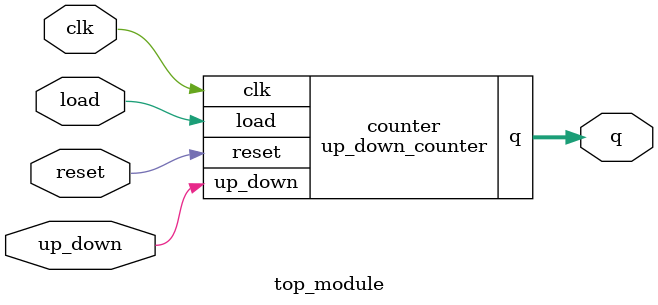
<source format=v>
module up_down_counter (
    input clk,
    input reset,   // Synchronous active-high reset
    input load,    // Load value into counter when asserted
    input up_down, // Count up or down based on value
    output reg [15:0] q);

    always @(posedge clk) begin
        if (reset) begin
            q <= 16'd0;
        end else if (load) begin
            q <= {q[15:12], q[11:8], q[7:4], q[3:0]};
        end else if (up_down) begin
            q <= q + 16'd1;
        end else begin
            q <= q - 16'd1;
        end
    end

endmodule

module top_module (
    input clk,
    input reset,   // Synchronous active-high reset
    input load,    // Load value into counter when asserted
    input up_down, // Count up or down based on value
    output [15:0] q);

    up_down_counter counter (
        .clk(clk),
        .reset(reset),
        .load(load),
        .up_down(up_down),
        .q(q)
    );

endmodule
</source>
